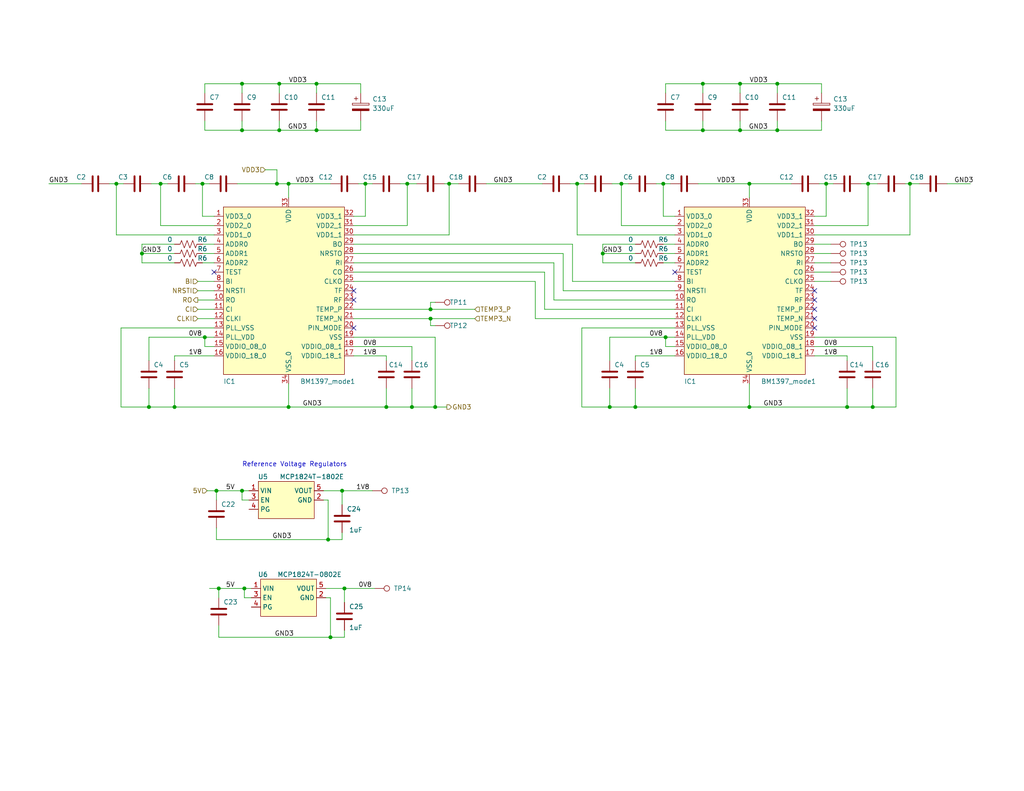
<source format=kicad_sch>
(kicad_sch (version 20230121) (generator eeschema)
  (paper "A")
  (lib_symbols
    (symbol "Connector:TestPoint" (pin_numbers hide) (pin_names (offset 0.762) hide)
      (property "Reference" "TP" (at 0 6.858 0))
      (property "Value" "TestPoint" (at 0 5.08 0))
      (symbol "TestPoint_0_1"
        (circle (center 0 3.302) (radius 0.762))
      )
      (symbol "TestPoint_1_1"
        (pin passive line (at 0 0 90) (length 2.54) (name "1") (number "1"))
      )
    )
    (symbol "Device:C" (pin_numbers hide) (pin_names (offset 0.254))
      (property "Reference" "C" (at 0.635 2.54 0))
      (property "Value" "C" (at 0.635 -2.54 0))
      (symbol "C_0_1"
        (polyline (pts (xy -2.032 -0.762) (xy 2.032 -0.762)) (stroke (width 0.508)))
        (polyline (pts (xy -2.032 0.762) (xy 2.032 0.762)) (stroke (width 0.508)))
      )
      (symbol "C_1_1"
        (pin passive line (at 0 3.81 270) (length 2.794) (name "~") (number "1"))
        (pin passive line (at 0 -3.81 90) (length 2.794) (name "~") (number "2"))
      )
    )
    (symbol "Device:C_Polarized" (pin_numbers hide) (pin_names (offset 0.254))
      (property "Reference" "C" (at 0.635 2.54 0))
      (property "Value" "C_Polarized" (at 0.635 -2.54 0))
      (symbol "C_Polarized_0_1"
        (rectangle (start -2.286 0.508) (end 2.286 1.016))
        (polyline (pts (xy -1.778 2.286) (xy -0.762 2.286)))
        (polyline (pts (xy -1.27 2.794) (xy -1.27 1.778)))
        (rectangle (start 2.286 -0.508) (end -2.286 -1.016) (fill (type outline)))
      )
      (symbol "C_Polarized_1_1"
        (pin passive line (at 0 3.81 270) (length 2.794) (name "~") (number "1"))
        (pin passive line (at 0 -3.81 90) (length 2.794) (name "~") (number "2"))
      )
    )
    (symbol "Device:R_US" (pin_numbers hide) (pin_names (offset 0))
      (property "Reference" "R" (at 2.54 0 90))
      (property "Value" "R_US" (at -2.54 0 90))
      (symbol "R_US_0_1"
        (polyline (pts (xy 0 -2.286) (xy 0 -2.54)))
        (polyline (pts (xy 0 2.286) (xy 0 2.54)))
        (polyline (pts (xy 0 -0.762) (xy 1.016 -1.143) (xy 0 -1.524) (xy -1.016 -1.905) (xy 0 -2.286)))
        (polyline (pts (xy 0 0.762) (xy 1.016 0.381) (xy 0 0) (xy -1.016 -0.381) (xy 0 -0.762)))
        (polyline (pts (xy 0 2.286) (xy 1.016 1.905) (xy 0 1.524) (xy -1.016 1.143) (xy 0 0.762)))
      )
      (symbol "R_US_1_1"
        (pin passive line (at 0 3.81 270) (length 1.27) (name "~") (number "1"))
        (pin passive line (at 0 -3.81 90) (length 1.27) (name "~") (number "2"))
      )
    )
    (symbol "MCP1824_1"
      (property "Reference" "U" (at -7.62 5.08 0))
      (property "Value" "MCP1824_1" (at 5.08 5.08 0))
      (symbol "MCP1824_1_0_1"
        (rectangle (start -7.62 3.81) (end 7.62 -6.35) (stroke (width 0.1524)) (fill (type background)))
      )
      (symbol "MCP1824_1_1_0"
        (pin bidirectional line (at -10.16 1.27 0) (length 2.54) (name "VIN") (number "1"))
        (pin bidirectional line (at 10.16 -1.27 180) (length 2.54) (name "GND") (number "2"))
        (pin bidirectional line (at -10.16 -1.27 0) (length 2.54) (name "EN") (number "3"))
        (pin bidirectional line (at -10.16 -3.81 0) (length 2.54) (name "PG") (number "4"))
        (pin bidirectional line (at 10.16 1.27 180) (length 2.54) (name "VOUT") (number "5"))
      )
    )
    (symbol "bitaxe:BM1397_mode1"
      (property "Reference" "IC" (at -17.78 17.78 0))
      (property "Value" "BM1397_mode1" (at -17.78 -30.48 0))
      (symbol "BM1397_mode1_1_0"
        (pin bidirectional line (at -20.32 15.24 0) (length 2.54) (name "VDD3_0") (number "1"))
        (pin bidirectional line (at -20.32 -7.62 0) (length 2.54) (name "RO") (number "10"))
        (pin bidirectional line (at -20.32 -10.16 0) (length 2.54) (name "CI") (number "11"))
        (pin bidirectional line (at -20.32 -12.7 0) (length 2.54) (name "CLKI") (number "12"))
        (pin bidirectional line (at -20.32 -15.24 0) (length 2.54) (name "PLL_VSS") (number "13"))
        (pin bidirectional line (at -20.32 -17.78 0) (length 2.54) (name "PLL_VDD") (number "14"))
        (pin bidirectional line (at -20.32 -20.32 0) (length 2.54) (name "VDDIO_08_0") (number "15"))
        (pin bidirectional line (at -20.32 -22.86 0) (length 2.54) (name "VDDIO_18_0") (number "16"))
        (pin bidirectional line (at 17.78 -22.86 180) (length 2.54) (name "VDDIO_18_1") (number "17"))
        (pin bidirectional line (at 17.78 -20.32 180) (length 2.54) (name "VDDIO_08_1") (number "18"))
        (pin bidirectional line (at 17.78 -17.78 180) (length 2.54) (name "VSS") (number "19"))
        (pin bidirectional line (at -20.32 12.7 0) (length 2.54) (name "VDD2_0") (number "2"))
        (pin bidirectional line (at 17.78 -15.24 180) (length 2.54) (name "PIN_MODE") (number "20"))
        (pin bidirectional line (at 17.78 -12.7 180) (length 2.54) (name "TEMP_N") (number "21"))
        (pin bidirectional line (at 17.78 -10.16 180) (length 2.54) (name "TEMP_P") (number "22"))
        (pin bidirectional line (at 17.78 -7.62 180) (length 2.54) (name "RF") (number "23"))
        (pin bidirectional line (at 17.78 -5.08 180) (length 2.54) (name "TF") (number "24"))
        (pin bidirectional line (at 17.78 -2.54 180) (length 2.54) (name "CLKO") (number "25"))
        (pin bidirectional line (at 17.78 0 180) (length 2.54) (name "CO") (number "26"))
        (pin bidirectional line (at 17.78 2.54 180) (length 2.54) (name "RI") (number "27"))
        (pin bidirectional line (at 17.78 5.08 180) (length 2.54) (name "NRSTO") (number "28"))
        (pin bidirectional line (at 17.78 7.62 180) (length 2.54) (name "BO") (number "29"))
        (pin bidirectional line (at -20.32 10.16 0) (length 2.54) (name "VDD1_0") (number "3"))
        (pin bidirectional line (at 17.78 10.16 180) (length 2.54) (name "VDD1_1") (number "30"))
        (pin bidirectional line (at 17.78 12.7 180) (length 2.54) (name "VDD2_1") (number "31"))
        (pin bidirectional line (at 17.78 15.24 180) (length 2.54) (name "VDD3_1") (number "32"))
        (pin bidirectional line (at 0 20.32 270) (length 2.54) (name "VDD") (number "33"))
        (pin bidirectional line (at 0 -30.48 90) (length 2.54) (name "VSS_0") (number "34"))
        (pin bidirectional line (at -20.32 7.62 0) (length 2.54) (name "ADDR0") (number "4"))
        (pin bidirectional line (at -20.32 5.08 0) (length 2.54) (name "ADDR1") (number "5"))
        (pin bidirectional line (at -20.32 2.54 0) (length 2.54) (name "ADDR2") (number "6"))
        (pin bidirectional line (at -20.32 0 0) (length 2.54) (name "TEST") (number "7"))
        (pin bidirectional line (at -20.32 -2.54 0) (length 2.54) (name "BI") (number "8"))
        (pin bidirectional line (at -20.32 -5.08 0) (length 2.54) (name "NRSTI") (number "9"))
      )
      (symbol "BM1397_mode1_1_1"
        (rectangle (start -17.78 17.78) (end 15.24 -27.94) (stroke (width 0.1524)) (fill (type background)))
      )
    )
    (symbol "bitaxe:MCP1824"
      (property "Reference" "U" (at -7.62 5.08 0))
      (property "Value" "MCP1824" (at 5.08 5.08 0))
      (symbol "MCP1824_0_1"
        (rectangle (start -7.62 3.81) (end 7.62 -6.35) (stroke (width 0.1524)) (fill (type background)))
      )
      (symbol "MCP1824_1_0"
        (pin bidirectional line (at -10.16 1.27 0) (length 2.54) (name "VIN") (number "1"))
        (pin bidirectional line (at 10.16 -1.27 180) (length 2.54) (name "GND") (number "2"))
        (pin bidirectional line (at -10.16 -1.27 0) (length 2.54) (name "EN") (number "3"))
        (pin bidirectional line (at -10.16 -3.81 0) (length 2.54) (name "PG") (number "4"))
        (pin bidirectional line (at 10.16 1.27 180) (length 2.54) (name "VOUT") (number "5"))
      )
    )
  )
  (junction (at 43.815 50.165))
  (junction (at 66.04 35.56) (diameter 0.9144))
  (junction (at 99.695 50.165))
  (junction (at 59.055 133.985) (diameter 0.9144))
  (junction (at 201.93 35.56) (diameter 0.9144))
  (junction (at 40.64 111.125))
  (junction (at 212.09 35.56))
  (junction (at 191.77 22.86) (diameter 0.9144))
  (junction (at 78.74 111.125))
  (junction (at 157.48 50.165))
  (junction (at 231.14 111.125))
  (junction (at 164.465 69.215))
  (junction (at 78.74 50.165))
  (junction (at 59.69 160.655) (diameter 0.9144))
  (junction (at 248.285 50.165))
  (junction (at 89.535 147.32) (diameter 0.9144))
  (junction (at 111.125 50.165))
  (junction (at 204.47 111.125))
  (junction (at 66.04 22.86) (diameter 0.9144))
  (junction (at 47.625 111.125))
  (junction (at 31.75 50.165))
  (junction (at 105.41 111.125))
  (junction (at 76.2 22.86) (diameter 0.9144))
  (junction (at 169.545 50.165))
  (junction (at 173.355 111.125))
  (junction (at 191.77 35.56) (diameter 0.9144))
  (junction (at 238.125 111.125))
  (junction (at 117.475 84.455))
  (junction (at 55.245 50.165))
  (junction (at 75.565 50.165))
  (junction (at 86.36 22.86))
  (junction (at 204.47 50.165))
  (junction (at 86.36 35.56))
  (junction (at 122.555 50.165))
  (junction (at 225.425 50.165))
  (junction (at 66.675 160.655))
  (junction (at 117.475 86.995))
  (junction (at 166.37 111.125))
  (junction (at 181.61 92.075))
  (junction (at 66.04 133.985))
  (junction (at 236.855 50.165))
  (junction (at 201.93 22.86) (diameter 0.9144))
  (junction (at 118.745 111.125))
  (junction (at 93.98 160.655) (diameter 0.9144))
  (junction (at 93.345 133.985) (diameter 0.9144))
  (junction (at 38.735 69.215))
  (junction (at 180.975 50.165))
  (junction (at 55.88 92.075))
  (junction (at 76.2 35.56) (diameter 0.9144))
  (junction (at 90.17 173.99) (diameter 0.9144))
  (junction (at 112.395 111.125))
  (junction (at 212.09 22.86))
  (no_connect (at 222.25 81.915))
  (no_connect (at 184.15 74.295))
  (no_connect (at 222.25 84.455))
  (no_connect (at 96.52 89.535))
  (no_connect (at 96.52 79.375))
  (no_connect (at 58.42 74.295))
  (no_connect (at 222.25 89.535))
  (no_connect (at 96.52 81.915))
  (no_connect (at 222.25 79.375))
  (no_connect (at 222.25 86.995))
  (wire (pts (xy 111.125 50.165) (xy 113.665 50.165)))
  (wire (pts (xy 97.79 50.165) (xy 99.695 50.165)))
  (wire (pts (xy 222.25 61.595) (xy 236.855 61.595)))
  (wire (pts (xy 59.055 144.145) (xy 59.055 147.32)))
  (wire (pts (xy 78.74 111.125) (xy 78.74 104.775)))
  (wire (pts (xy 40.64 92.075) (xy 55.88 92.075)))
  (wire (pts (xy 53.975 86.995) (xy 58.42 86.995)))
  (wire (pts (xy 96.52 94.615) (xy 112.395 94.615)))
  (wire (pts (xy 153.67 69.215) (xy 153.67 79.375)))
  (wire (pts (xy 66.04 35.56) (xy 55.88 35.56)))
  (wire (pts (xy 90.17 163.195) (xy 90.17 173.99)))
  (wire (pts (xy 93.98 173.99) (xy 90.17 173.99)))
  (wire (pts (xy 112.395 106.045) (xy 112.395 111.125)))
  (wire (pts (xy 236.855 50.165) (xy 239.395 50.165)))
  (wire (pts (xy 90.17 50.165) (xy 78.74 50.165)))
  (wire (pts (xy 66.04 133.985) (xy 67.945 133.985)))
  (wire (pts (xy 164.465 66.675) (xy 164.465 69.215)))
  (wire (pts (xy 156.21 76.835) (xy 184.15 76.835)))
  (wire (pts (xy 76.2 22.86) (xy 86.36 22.86)))
  (wire (pts (xy 148.59 74.295) (xy 148.59 84.455)))
  (wire (pts (xy 76.2 25.4) (xy 76.2 22.86)))
  (wire (pts (xy 47.625 97.155) (xy 58.42 97.155)))
  (wire (pts (xy 166.37 106.045) (xy 166.37 111.125)))
  (wire (pts (xy 56.515 133.985) (xy 59.055 133.985)))
  (wire (pts (xy 215.9 50.165) (xy 204.47 50.165)))
  (wire (pts (xy 93.345 133.985) (xy 93.345 137.795)))
  (wire (pts (xy 96.52 59.055) (xy 99.695 59.055)))
  (wire (pts (xy 191.77 33.02) (xy 191.77 35.56)))
  (wire (pts (xy 146.05 86.995) (xy 184.15 86.995)))
  (wire (pts (xy 117.475 88.9) (xy 117.475 86.995)))
  (wire (pts (xy 38.735 71.755) (xy 47.625 71.755)))
  (wire (pts (xy 40.64 106.045) (xy 40.64 111.125)))
  (wire (pts (xy 173.355 66.675) (xy 164.465 66.675)))
  (wire (pts (xy 55.88 92.075) (xy 58.42 92.075)))
  (wire (pts (xy 247.015 50.165) (xy 248.285 50.165)))
  (wire (pts (xy 88.265 133.985) (xy 93.345 133.985)))
  (wire (pts (xy 191.77 25.4) (xy 191.77 22.86)))
  (wire (pts (xy 58.42 94.615) (xy 55.88 94.615)))
  (wire (pts (xy 90.17 173.99) (xy 59.69 173.99)))
  (wire (pts (xy 181.61 92.075) (xy 184.15 92.075)))
  (wire (pts (xy 118.745 92.075) (xy 96.52 92.075)))
  (wire (pts (xy 75.565 50.165) (xy 78.74 50.165)))
  (wire (pts (xy 55.245 66.675) (xy 58.42 66.675)))
  (wire (pts (xy 98.425 33.02) (xy 98.425 35.56)))
  (wire (pts (xy 179.07 50.165) (xy 180.975 50.165)))
  (wire (pts (xy 86.36 25.4) (xy 86.36 22.86)))
  (wire (pts (xy 190.5 50.165) (xy 204.47 50.165)))
  (wire (pts (xy 118.745 111.125) (xy 118.745 92.075)))
  (wire (pts (xy 173.355 97.155) (xy 184.15 97.155)))
  (wire (pts (xy 184.15 94.615) (xy 181.61 94.615)))
  (wire (pts (xy 236.855 61.595) (xy 236.855 50.165)))
  (wire (pts (xy 212.09 22.86) (xy 224.155 22.86)))
  (wire (pts (xy 173.355 111.125) (xy 204.47 111.125)))
  (wire (pts (xy 93.345 147.32) (xy 89.535 147.32)))
  (wire (pts (xy 191.77 35.56) (xy 201.93 35.56)))
  (wire (pts (xy 112.395 111.125) (xy 118.745 111.125)))
  (wire (pts (xy 156.21 76.835) (xy 156.21 66.675)))
  (wire (pts (xy 212.09 35.56) (xy 201.93 35.56)))
  (wire (pts (xy 55.245 71.755) (xy 58.42 71.755)))
  (wire (pts (xy 132.715 50.165) (xy 147.955 50.165)))
  (wire (pts (xy 184.15 64.135) (xy 157.48 64.135)))
  (wire (pts (xy 151.13 81.915) (xy 184.15 81.915)))
  (wire (pts (xy 118.745 111.125) (xy 121.92 111.125)))
  (wire (pts (xy 96.52 76.835) (xy 146.05 76.835)))
  (wire (pts (xy 78.74 111.125) (xy 105.41 111.125)))
  (wire (pts (xy 148.59 84.455) (xy 184.15 84.455)))
  (wire (pts (xy 238.125 94.615) (xy 238.125 98.425)))
  (wire (pts (xy 66.04 136.525) (xy 66.04 133.985)))
  (wire (pts (xy 231.14 97.155) (xy 231.14 98.425)))
  (wire (pts (xy 258.445 50.165) (xy 264.795 50.165)))
  (wire (pts (xy 212.09 33.02) (xy 212.09 35.56)))
  (wire (pts (xy 66.04 33.02) (xy 66.04 35.56)))
  (wire (pts (xy 29.845 50.165) (xy 31.75 50.165)))
  (wire (pts (xy 222.25 71.755) (xy 226.695 71.755)))
  (wire (pts (xy 38.735 69.215) (xy 47.625 69.215)))
  (wire (pts (xy 191.77 35.56) (xy 181.61 35.56)))
  (wire (pts (xy 55.88 94.615) (xy 55.88 92.075)))
  (wire (pts (xy 181.61 33.02) (xy 181.61 35.56)))
  (wire (pts (xy 66.675 163.195) (xy 68.58 163.195)))
  (wire (pts (xy 55.88 25.4) (xy 55.88 22.86)))
  (wire (pts (xy 41.275 50.165) (xy 43.815 50.165)))
  (wire (pts (xy 38.735 69.215) (xy 38.735 71.755)))
  (wire (pts (xy 66.04 136.525) (xy 67.945 136.525)))
  (wire (pts (xy 53.975 76.835) (xy 58.42 76.835)))
  (wire (pts (xy 96.52 84.455) (xy 117.475 84.455)))
  (wire (pts (xy 225.425 50.165) (xy 227.33 50.165)))
  (wire (pts (xy 96.52 64.135) (xy 122.555 64.135)))
  (wire (pts (xy 117.475 86.995) (xy 129.54 86.995)))
  (wire (pts (xy 151.13 81.915) (xy 151.13 71.755)))
  (wire (pts (xy 222.25 64.135) (xy 248.285 64.135)))
  (wire (pts (xy 93.345 145.415) (xy 93.345 147.32)))
  (wire (pts (xy 222.25 76.835) (xy 226.695 76.835)))
  (wire (pts (xy 166.37 98.425) (xy 166.37 92.075)))
  (wire (pts (xy 55.88 22.86) (xy 66.04 22.86)))
  (wire (pts (xy 201.93 33.02) (xy 201.93 35.56)))
  (wire (pts (xy 53.975 84.455) (xy 58.42 84.455)))
  (wire (pts (xy 43.815 61.595) (xy 43.815 50.165)))
  (wire (pts (xy 43.815 50.165) (xy 45.72 50.165)))
  (wire (pts (xy 66.04 25.4) (xy 66.04 22.86)))
  (wire (pts (xy 98.425 25.4) (xy 98.425 22.86)))
  (wire (pts (xy 231.14 106.045) (xy 231.14 111.125)))
  (wire (pts (xy 212.09 25.4) (xy 212.09 22.86)))
  (wire (pts (xy 158.75 111.125) (xy 166.37 111.125)))
  (wire (pts (xy 58.42 59.055) (xy 55.245 59.055)))
  (wire (pts (xy 121.285 50.165) (xy 122.555 50.165)))
  (wire (pts (xy 204.47 111.125) (xy 231.14 111.125)))
  (wire (pts (xy 180.975 66.675) (xy 184.15 66.675)))
  (wire (pts (xy 117.475 82.55) (xy 117.475 84.455)))
  (wire (pts (xy 47.625 106.045) (xy 47.625 111.125)))
  (wire (pts (xy 111.125 61.595) (xy 111.125 50.165)))
  (wire (pts (xy 222.25 66.675) (xy 226.695 66.675)))
  (wire (pts (xy 55.245 69.215) (xy 58.42 69.215)))
  (wire (pts (xy 238.125 111.125) (xy 244.475 111.125)))
  (wire (pts (xy 66.675 163.195) (xy 66.675 160.655)))
  (wire (pts (xy 33.02 89.535) (xy 58.42 89.535)))
  (wire (pts (xy 122.555 64.135) (xy 122.555 50.165)))
  (wire (pts (xy 59.055 147.32) (xy 89.535 147.32)))
  (wire (pts (xy 157.48 50.165) (xy 159.385 50.165)))
  (wire (pts (xy 155.575 50.165) (xy 157.48 50.165)))
  (wire (pts (xy 13.335 50.165) (xy 22.225 50.165)))
  (wire (pts (xy 204.47 50.165) (xy 204.47 53.975)))
  (wire (pts (xy 99.695 59.055) (xy 99.695 50.165)))
  (wire (pts (xy 169.545 61.595) (xy 169.545 50.165)))
  (wire (pts (xy 181.61 25.4) (xy 181.61 22.86)))
  (wire (pts (xy 89.535 136.525) (xy 88.265 136.525)))
  (wire (pts (xy 53.975 81.915) (xy 58.42 81.915)))
  (wire (pts (xy 55.88 33.02) (xy 55.88 35.56)))
  (wire (pts (xy 66.04 35.56) (xy 76.2 35.56)))
  (wire (pts (xy 96.52 66.675) (xy 156.21 66.675)))
  (wire (pts (xy 59.055 133.985) (xy 66.04 133.985)))
  (wire (pts (xy 59.055 133.985) (xy 59.055 136.525)))
  (wire (pts (xy 164.465 69.215) (xy 173.355 69.215)))
  (wire (pts (xy 167.005 50.165) (xy 169.545 50.165)))
  (wire (pts (xy 231.14 111.125) (xy 238.125 111.125)))
  (wire (pts (xy 31.75 50.165) (xy 33.655 50.165)))
  (wire (pts (xy 180.975 71.755) (xy 184.15 71.755)))
  (wire (pts (xy 53.34 50.165) (xy 55.245 50.165)))
  (wire (pts (xy 173.355 98.425) (xy 173.355 97.155)))
  (wire (pts (xy 64.77 50.165) (xy 75.565 50.165)))
  (wire (pts (xy 89.535 136.525) (xy 89.535 147.32)))
  (wire (pts (xy 40.64 98.425) (xy 40.64 92.075)))
  (wire (pts (xy 55.245 50.165) (xy 57.15 50.165)))
  (wire (pts (xy 86.36 33.02) (xy 86.36 35.56)))
  (wire (pts (xy 33.02 89.535) (xy 33.02 111.125)))
  (wire (pts (xy 93.345 133.985) (xy 101.6 133.985)))
  (wire (pts (xy 59.69 160.655) (xy 59.69 163.195)))
  (wire (pts (xy 166.37 92.075) (xy 181.61 92.075)))
  (wire (pts (xy 191.77 22.86) (xy 201.93 22.86)))
  (wire (pts (xy 105.41 106.045) (xy 105.41 111.125)))
  (wire (pts (xy 244.475 92.075) (xy 222.25 92.075)))
  (wire (pts (xy 105.41 97.155) (xy 105.41 98.425)))
  (wire (pts (xy 96.52 97.155) (xy 105.41 97.155)))
  (wire (pts (xy 173.355 106.045) (xy 173.355 111.125)))
  (wire (pts (xy 72.39 46.355) (xy 75.565 46.355)))
  (wire (pts (xy 112.395 94.615) (xy 112.395 98.425)))
  (wire (pts (xy 201.93 22.86) (xy 212.09 22.86)))
  (wire (pts (xy 181.61 22.86) (xy 191.77 22.86)))
  (wire (pts (xy 122.555 50.165) (xy 125.095 50.165)))
  (wire (pts (xy 158.75 89.535) (xy 158.75 111.125)))
  (wire (pts (xy 105.41 111.125) (xy 112.395 111.125)))
  (wire (pts (xy 180.975 69.215) (xy 184.15 69.215)))
  (wire (pts (xy 118.745 88.9) (xy 117.475 88.9)))
  (wire (pts (xy 86.36 35.56) (xy 76.2 35.56)))
  (wire (pts (xy 222.25 69.215) (xy 226.695 69.215)))
  (wire (pts (xy 57.15 160.655) (xy 59.69 160.655)))
  (wire (pts (xy 184.15 61.595) (xy 169.545 61.595)))
  (wire (pts (xy 234.95 50.165) (xy 236.855 50.165)))
  (wire (pts (xy 153.67 79.375) (xy 184.15 79.375)))
  (wire (pts (xy 109.22 50.165) (xy 111.125 50.165)))
  (wire (pts (xy 93.98 160.655) (xy 102.235 160.655)))
  (wire (pts (xy 180.975 50.165) (xy 182.88 50.165)))
  (wire (pts (xy 96.52 61.595) (xy 111.125 61.595)))
  (wire (pts (xy 118.745 82.55) (xy 117.475 82.55)))
  (wire (pts (xy 47.625 98.425) (xy 47.625 97.155)))
  (wire (pts (xy 146.05 86.995) (xy 146.05 76.835)))
  (wire (pts (xy 212.09 35.56) (xy 224.155 35.56)))
  (wire (pts (xy 222.25 59.055) (xy 225.425 59.055)))
  (wire (pts (xy 31.75 64.135) (xy 31.75 50.165)))
  (wire (pts (xy 53.975 79.375) (xy 58.42 79.375)))
  (wire (pts (xy 58.42 64.135) (xy 31.75 64.135)))
  (wire (pts (xy 47.625 66.675) (xy 38.735 66.675)))
  (wire (pts (xy 223.52 50.165) (xy 225.425 50.165)))
  (wire (pts (xy 86.36 35.56) (xy 98.425 35.56)))
  (wire (pts (xy 78.74 50.165) (xy 78.74 53.975)))
  (wire (pts (xy 59.69 170.815) (xy 59.69 173.99)))
  (wire (pts (xy 66.675 160.655) (xy 68.58 160.655)))
  (wire (pts (xy 33.02 111.125) (xy 40.64 111.125)))
  (wire (pts (xy 93.98 160.655) (xy 93.98 164.465)))
  (wire (pts (xy 164.465 71.755) (xy 173.355 71.755)))
  (wire (pts (xy 222.25 97.155) (xy 231.14 97.155)))
  (wire (pts (xy 96.52 71.755) (xy 151.13 71.755)))
  (wire (pts (xy 76.2 33.02) (xy 76.2 35.56)))
  (wire (pts (xy 58.42 61.595) (xy 43.815 61.595)))
  (wire (pts (xy 96.52 74.295) (xy 148.59 74.295)))
  (wire (pts (xy 184.15 59.055) (xy 180.975 59.055)))
  (wire (pts (xy 166.37 111.125) (xy 173.355 111.125)))
  (wire (pts (xy 180.975 50.165) (xy 180.975 59.055)))
  (wire (pts (xy 225.425 59.055) (xy 225.425 50.165)))
  (wire (pts (xy 222.25 94.615) (xy 238.125 94.615)))
  (wire (pts (xy 169.545 50.165) (xy 171.45 50.165)))
  (wire (pts (xy 90.17 163.195) (xy 88.9 163.195)))
  (wire (pts (xy 224.155 25.4) (xy 224.155 22.86)))
  (wire (pts (xy 164.465 69.215) (xy 164.465 71.755)))
  (wire (pts (xy 157.48 64.135) (xy 157.48 50.165)))
  (wire (pts (xy 201.93 25.4) (xy 201.93 22.86)))
  (wire (pts (xy 222.25 74.295) (xy 226.695 74.295)))
  (wire (pts (xy 248.285 64.135) (xy 248.285 50.165)))
  (wire (pts (xy 238.125 106.045) (xy 238.125 111.125)))
  (wire (pts (xy 75.565 46.355) (xy 75.565 50.165)))
  (wire (pts (xy 86.36 22.86) (xy 98.425 22.86)))
  (wire (pts (xy 93.98 172.085) (xy 93.98 173.99)))
  (wire (pts (xy 181.61 94.615) (xy 181.61 92.075)))
  (wire (pts (xy 158.75 89.535) (xy 184.15 89.535)))
  (wire (pts (xy 55.245 50.165) (xy 55.245 59.055)))
  (wire (pts (xy 47.625 111.125) (xy 78.74 111.125)))
  (wire (pts (xy 66.04 22.86) (xy 76.2 22.86)))
  (wire (pts (xy 248.285 50.165) (xy 250.825 50.165)))
  (wire (pts (xy 99.695 50.165) (xy 101.6 50.165)))
  (wire (pts (xy 244.475 111.125) (xy 244.475 92.075)))
  (wire (pts (xy 59.69 160.655) (xy 66.675 160.655)))
  (wire (pts (xy 117.475 84.455) (xy 129.54 84.455)))
  (wire (pts (xy 204.47 111.125) (xy 204.47 104.775)))
  (wire (pts (xy 38.735 66.675) (xy 38.735 69.215)))
  (wire (pts (xy 96.52 69.215) (xy 153.67 69.215)))
  (wire (pts (xy 96.52 86.995) (xy 117.475 86.995)))
  (wire (pts (xy 224.155 33.02) (xy 224.155 35.56)))
  (wire (pts (xy 40.64 111.125) (xy 47.625 111.125)))
  (wire (pts (xy 88.9 160.655) (xy 93.98 160.655)))
  (text "Reference Voltage Regulators" (at 66.04 127.635 0) (effects (font (size 1.27 1.27)) (justify left bottom)))
  (label "GND3" (at 209.55 35.56 180))
  (label "1V8" (at 97.155 133.985 0))
  (label "VDD3" (at 78.74 22.86 0))
  (label "VDD3" (at 204.47 22.86 0))
  (label "1V8" (at 99.06 97.155 0))
  (label "VDD3" (at 80.645 50.165 0))
  (label "GND3" (at 74.93 173.99 0))
  (label "GND3" (at 134.62 50.165 0))
  (label "GND3" (at 74.295 147.32 0))
  (label "GND3" (at 38.735 69.215 0))
  (label "5V" (at 61.595 160.655 0))
  (label "0V8" (at 177.165 92.075 0))
  (label "1V8" (at 177.165 97.155 0))
  (label "GND3" (at 260.35 50.165 0))
  (label "1V8" (at 51.435 97.155 0))
  (label "GND3" (at 83.82 35.56 180))
  (label "GND3" (at 13.335 50.165 0))
  (label "GND3" (at 164.465 69.215 0))
  (label "0V8" (at 99.06 94.615 0))
  (label "0V8" (at 224.79 94.615 0))
  (label "5V" (at 61.595 133.985 0))
  (label "0V8" (at 97.79 160.655 0))
  (label "VDD3" (at 195.58 50.165 0))
  (label "GND3" (at 208.28 111.125 0))
  (label "GND3" (at 82.55 111.125 0))
  (label "1V8" (at 224.79 97.155 0))
  (label "0V8" (at 51.435 92.075 0))
  (hierarchical_label "TEMP3_P" (shape input) (at 129.54 84.455 0))
  (hierarchical_label "GND3" (shape output) (at 121.92 111.125 0))
  (hierarchical_label "NRSTI" (shape input) (at 53.975 79.375 180))
  (hierarchical_label "5V" (shape input) (at 56.515 133.985 180))
  (hierarchical_label "VDD3" (shape input) (at 72.39 46.355 180))
  (hierarchical_label "BI" (shape input) (at 53.975 76.835 180))
  (hierarchical_label "CI" (shape input) (at 53.975 84.455 180))
  (hierarchical_label "TEMP3_N" (shape input) (at 129.54 86.995 0))
  (hierarchical_label "CLKI" (shape input) (at 53.975 86.995 180))
  (hierarchical_label "RO" (shape output) (at 53.975 81.915 180))
  (symbol (lib_id "Device:C") (at 231.14 102.235 0) (unit 1)
    (property "Reference" "C14" (at 231.775 100.33 0) (effects (justify left bottom)))
    (property "Value" "1uF" (at 231.775 106.045 0) (effects (justify left bottom)))
    (property "Footprint" "Capacitor_SMD:C_0402_1005Metric" (effects hide))
    (property "Value" "587-5514-1-ND" (effects hide))
    (property "DK" "587-5514-1-ND" (effects hide))
    (property "PARTNO" "EMK105BJ105MV-F" (effects hide))
  )
  (symbol (lib_id "Device:C") (at 40.64 102.235 0) (unit 1)
    (property "Reference" "C4" (at 41.91 100.33 0) (effects (justify left bottom)))
    (property "Value" "1uF" (at 41.91 106.045 0) (effects (justify left bottom)))
    (property "Footprint" "Capacitor_SMD:C_0402_1005Metric" (effects hide))
    (property "Value" "587-5514-1-ND" (effects hide))
    (property "DK" "587-5514-1-ND" (effects hide))
    (property "PARTNO" "EMK105BJ105MV-F" (effects hide))
  )
  (symbol (lib_id "Device:C") (at 60.96 50.165 90) (unit 1)
    (property "Reference" "C8" (at 58.42 47.625 90) (effects (justify left bottom)))
    (property "Value" "1uF" (at 59.69 50.8 90) (effects (justify left bottom)))
    (property "Footprint" "Capacitor_SMD:C_0402_1005Metric" (effects hide))
    (property "Value" "587-5514-1-ND" (effects hide))
    (property "DK" "587-5514-1-ND" (effects hide))
    (property "PARTNO" "EMK105BJ105MV-F" (effects hide))
  )
  (symbol (lib_id "Device:C") (at 212.09 29.21 0) (unit 1)
    (property "Reference" "C11" (at 213.36 27.305 0) (effects (justify left bottom)))
    (property "Value" "1uF" (at 213.36 32.385 0) (effects (justify left bottom)))
    (property "Footprint" "Capacitor_SMD:C_0402_1005Metric" (effects hide))
    (property "Value" "587-5514-1-ND" (effects hide))
    (property "DK" "587-5514-1-ND" (effects hide))
    (property "PARTNO" "EMK105BJ105MV-F" (effects hide))
  )
  (symbol (lib_id "Device:C_Polarized") (at 224.155 29.21 0) (unit 1)
    (property "Reference" "C13" (at 227.33 27.0509 0) (effects (justify left)))
    (property "Value" "330uF" (at 227.33 29.5909 0) (effects (justify left)))
    (property "Footprint" "Capacitor_Tantalum_SMD:CP_EIA-7343-31_Kemet-D_Pad2.25x2.55mm_HandSolder" (effects hide))
    (property "DK" "718-1028-1-ND" (effects hide))
    (property "PARTNO" "293D337X9010E2TE3" (effects hide))
  )
  (symbol (lib_id "Connector:TestPoint") (at 226.695 74.295 270) (mirror x) (unit 1) (in_bom no)
    (property "Reference" "TP13" (at 234.315 74.295 90))
    (property "Value" "TestPoint" (effects hide))
    (property "Footprint" "TestPoint:TestPoint_Pad_D1.5mm" (effects hide))
  )
  (symbol (lib_id "Device:C") (at 166.37 102.235 0) (unit 1)
    (property "Reference" "C4" (at 167.64 100.33 0) (effects (justify left bottom)))
    (property "Value" "1uF" (at 167.64 106.045 0) (effects (justify left bottom)))
    (property "Footprint" "Capacitor_SMD:C_0402_1005Metric" (effects hide))
    (property "Value" "587-5514-1-ND" (effects hide))
    (property "DK" "587-5514-1-ND" (effects hide))
    (property "PARTNO" "EMK105BJ105MV-F" (effects hide))
  )
  (symbol (lib_id "Device:C") (at 93.345 141.605 0) (unit 1)
    (property "Reference" "C24" (at 94.615 139.7 0) (effects (justify left bottom)))
    (property "Value" "1uF" (at 95.25 145.415 0) (effects (justify left bottom)))
    (property "Footprint" "Capacitor_SMD:C_0402_1005Metric" (effects hide))
    (property "DK" "587-5514-1-ND" (effects hide))
    (property "PARTNO" "EMK105BJ105MV-F" (effects hide))
  )
  (symbol (lib_id "Device:R_US") (at 177.165 69.215 90) (unit 1)
    (property "Reference" "R6" (at 180.975 67.945 90))
    (property "Value" "0" (at 172.085 67.945 90))
    (property "Footprint" "Resistor_SMD:R_0402_1005Metric" (effects hide))
  )
  (symbol (lib_id "Device:C") (at 86.36 29.21 0) (unit 1)
    (property "Reference" "C11" (at 87.63 27.305 0) (effects (justify left bottom)))
    (property "Value" "1uF" (at 87.63 32.385 0) (effects (justify left bottom)))
    (property "Footprint" "Capacitor_SMD:C_0402_1005Metric" (effects hide))
    (property "Value" "587-5514-1-ND" (effects hide))
    (property "DK" "587-5514-1-ND" (effects hide))
    (property "PARTNO" "EMK105BJ105MV-F" (effects hide))
  )
  (symbol (lib_id "Device:C") (at 47.625 102.235 0) (unit 1)
    (property "Reference" "C5" (at 48.895 100.33 0) (effects (justify left bottom)))
    (property "Value" "1uF" (at 48.895 106.045 0) (effects (justify left bottom)))
    (property "Footprint" "Capacitor_SMD:C_0402_1005Metric" (effects hide))
    (property "Value" "587-5514-1-ND" (effects hide))
    (property "DK" "587-5514-1-ND" (effects hide))
    (property "PARTNO" "EMK105BJ105MV-F" (effects hide))
  )
  (symbol (lib_id "Device:C") (at 26.035 50.165 90) (unit 1)
    (property "Reference" "C2" (at 23.495 47.625 90) (effects (justify left bottom)))
    (property "Value" "1uF" (at 24.765 50.8 90) (effects (justify left bottom)))
    (property "Footprint" "Capacitor_SMD:C_0402_1005Metric" (effects hide))
    (property "Value" "587-5514-1-ND" (effects hide))
    (property "DK" "587-5514-1-ND" (effects hide))
    (property "PARTNO" "EMK105BJ105MV-F" (effects hide))
  )
  (symbol (lib_id "Connector:TestPoint") (at 226.695 71.755 270) (mirror x) (unit 1) (in_bom no)
    (property "Reference" "TP13" (at 234.315 71.755 90))
    (property "Value" "TestPoint" (effects hide))
    (property "Footprint" "TestPoint:TestPoint_Pad_D1.5mm" (effects hide))
  )
  (symbol (lib_id "Connector:TestPoint") (at 226.695 66.675 270) (mirror x) (unit 1) (in_bom no)
    (property "Reference" "TP13" (at 234.315 66.675 90))
    (property "Value" "TestPoint" (effects hide))
    (property "Footprint" "TestPoint:TestPoint_Pad_D1.5mm" (effects hide))
  )
  (symbol (lib_id "Device:R_US") (at 177.165 71.755 90) (unit 1)
    (property "Reference" "R6" (at 180.975 70.485 90))
    (property "Value" "0" (at 172.085 70.485 90))
    (property "Footprint" "Resistor_SMD:R_0402_1005Metric" (effects hide))
  )
  (symbol (lib_id "Connector:TestPoint") (at 118.745 82.55 270) (mirror x) (unit 1)
    (property "Reference" "TP11" (at 125.095 82.55 90))
    (property "Value" "TestPoint" (effects hide))
    (property "Footprint" "TestPoint:TestPoint_Pad_D1.5mm" (effects hide))
    (property "DNP" "T" (effects hide))
  )
  (symbol (lib_id "Device:C") (at 128.905 50.165 90) (unit 1)
    (property "Reference" "C18" (at 126.365 47.625 90) (effects (justify left bottom)))
    (property "Value" "1uF" (at 127.635 50.8 90) (effects (justify left bottom)))
    (property "Footprint" "Capacitor_SMD:C_0402_1005Metric" (effects hide))
    (property "Value" "587-5514-1-ND" (effects hide))
    (property "DK" "587-5514-1-ND" (effects hide))
    (property "PARTNO" "EMK105BJ105MV-F" (effects hide))
  )
  (symbol (lib_id "Device:R_US") (at 51.435 71.755 90) (unit 1)
    (property "Reference" "R6" (at 55.245 70.485 90))
    (property "Value" "0" (at 46.355 70.485 90))
    (property "Footprint" "Resistor_SMD:R_0402_1005Metric" (effects hide))
  )
  (symbol (lib_id "Connector:TestPoint") (at 102.235 160.655 270) (mirror x) (unit 1) (in_bom no)
    (property "Reference" "TP14" (at 109.855 160.655 90))
    (property "Value" "TestPoint" (effects hide))
    (property "Footprint" "TestPoint:TestPoint_Pad_D1.5mm" (effects hide))
  )
  (symbol (lib_id "Device:R_US") (at 177.165 66.675 90) (unit 1)
    (property "Reference" "R6" (at 180.975 65.405 90))
    (property "Value" "0" (at 172.085 65.405 90))
    (property "Footprint" "Resistor_SMD:R_0402_1005Metric" (effects hide))
  )
  (symbol (lib_id "Device:C") (at 201.93 29.21 0) (unit 1)
    (property "Reference" "C10" (at 203.2 27.305 0) (effects (justify left bottom)))
    (property "Value" "1uF" (at 203.2 32.385 0) (effects (justify left bottom)))
    (property "Footprint" "Capacitor_SMD:C_0402_1005Metric" (effects hide))
    (property "Value" "587-5514-1-ND" (effects hide))
    (property "DK" "587-5514-1-ND" (effects hide))
    (property "PARTNO" "EMK105BJ105MV-F" (effects hide))
  )
  (symbol (lib_id "Connector:TestPoint") (at 226.695 76.835 270) (mirror x) (unit 1) (in_bom no)
    (property "Reference" "TP13" (at 234.315 76.835 90))
    (property "Value" "TestPoint" (effects hide))
    (property "Footprint" "TestPoint:TestPoint_Pad_D1.5mm" (effects hide))
  )
  (symbol (lib_id "Device:C") (at 59.69 167.005 0) (unit 1)
    (property "Reference" "C23" (at 60.96 165.1 0) (effects (justify left bottom)))
    (property "Value" "0.1uF" (at 60.96 170.815 0) (effects (justify left bottom)))
    (property "Footprint" "Capacitor_SMD:C_0402_1005Metric" (effects hide))
    (property "Value" "311-3342-1-ND" (effects hide))
    (property "DK" "1292-1639-1-ND" (effects hide))
    (property "PARTNO" "0402X104K100CT" (effects hide))
  )
  (symbol (lib_id "Device:C") (at 175.26 50.165 90) (unit 1)
    (property "Reference" "C6" (at 172.72 47.625 90) (effects (justify left bottom)))
    (property "Value" "1uF" (at 173.99 50.8 90) (effects (justify left bottom)))
    (property "Footprint" "Capacitor_SMD:C_0402_1005Metric" (effects hide))
    (property "Value" "587-5514-1-ND" (effects hide))
    (property "DK" "587-5514-1-ND" (effects hide))
    (property "PARTNO" "EMK105BJ105MV-F" (effects hide))
  )
  (symbol (lib_id "Device:C") (at 238.125 102.235 0) (unit 1)
    (property "Reference" "C16" (at 238.76 100.33 0) (effects (justify left bottom)))
    (property "Value" "1uF" (at 239.395 106.045 0) (effects (justify left bottom)))
    (property "Footprint" "Capacitor_SMD:C_0402_1005Metric" (effects hide))
    (property "Value" "587-5514-1-ND" (effects hide))
    (property "DK" "587-5514-1-ND" (effects hide))
    (property "PARTNO" "EMK105BJ105MV-F" (effects hide))
  )
  (symbol (lib_id "Connector:TestPoint") (at 118.745 88.9 270) (mirror x) (unit 1)
    (property "Reference" "TP12" (at 125.095 88.9 90))
    (property "Value" "TestPoint" (effects hide))
    (property "Footprint" "TestPoint:TestPoint_Pad_D1.5mm" (effects hide))
    (property "DNP" "T" (effects hide))
  )
  (symbol (lib_id "bitaxe:BM1397_mode1") (at 78.74 74.295 0) (unit 1)
    (property "Reference" "IC1" (at 60.96 104.14 0) (effects (justify left)))
    (property "Value" "BM1397_mode1" (at 81.915 104.14 0) (effects (justify left)))
    (property "Footprint" "bitaxe:BM1397" (effects hide))
    (property "DNP" "T" (effects hide))
  )
  (symbol (lib_id "Device:C") (at 117.475 50.165 90) (unit 1)
    (property "Reference" "C17" (at 114.935 47.625 90) (effects (justify left bottom)))
    (property "Value" "1uF" (at 116.205 50.8 90) (effects (justify left bottom)))
    (property "Footprint" "Capacitor_SMD:C_0402_1005Metric" (effects hide))
    (property "Value" "587-5514-1-ND" (effects hide))
    (property "DK" "587-5514-1-ND" (effects hide))
    (property "PARTNO" "EMK105BJ105MV-F" (effects hide))
  )
  (symbol (lib_id "Device:C") (at 254.635 50.165 90) (unit 1)
    (property "Reference" "C18" (at 252.095 47.625 90) (effects (justify left bottom)))
    (property "Value" "1uF" (at 253.365 50.8 90) (effects (justify left bottom)))
    (property "Footprint" "Capacitor_SMD:C_0402_1005Metric" (effects hide))
    (property "Value" "587-5514-1-ND" (effects hide))
    (property "DK" "587-5514-1-ND" (effects hide))
    (property "PARTNO" "EMK105BJ105MV-F" (effects hide))
  )
  (symbol (lib_id "Device:C") (at 219.71 50.165 90) (unit 1)
    (property "Reference" "C12" (at 216.535 47.625 90) (effects (justify left bottom)))
    (property "Value" "1uF" (at 218.44 50.8 90) (effects (justify left bottom)))
    (property "Footprint" "Capacitor_SMD:C_0402_1005Metric" (effects hide))
    (property "Value" "587-5514-1-ND" (effects hide))
    (property "DK" "587-5514-1-ND" (effects hide))
    (property "PARTNO" "EMK105BJ105MV-F" (effects hide))
  )
  (symbol (lib_id "Device:C") (at 231.14 50.165 90) (unit 1)
    (property "Reference" "C15" (at 228.6 47.625 90) (effects (justify left bottom)))
    (property "Value" "1uF" (at 229.87 50.8 90) (effects (justify left bottom)))
    (property "Footprint" "Capacitor_SMD:C_0402_1005Metric" (effects hide))
    (property "Value" "587-5514-1-ND" (effects hide))
    (property "DK" "587-5514-1-ND" (effects hide))
    (property "PARTNO" "EMK105BJ105MV-F" (effects hide))
  )
  (symbol (lib_id "Device:C") (at 112.395 102.235 0) (unit 1)
    (property "Reference" "C16" (at 113.03 100.33 0) (effects (justify left bottom)))
    (property "Value" "1uF" (at 113.665 106.045 0) (effects (justify left bottom)))
    (property "Footprint" "Capacitor_SMD:C_0402_1005Metric" (effects hide))
    (property "Value" "587-5514-1-ND" (effects hide))
    (property "DK" "587-5514-1-ND" (effects hide))
    (property "PARTNO" "EMK105BJ105MV-F" (effects hide))
  )
  (symbol (lib_id "Device:C") (at 59.055 140.335 0) (unit 1)
    (property "Reference" "C22" (at 60.325 138.43 0) (effects (justify left bottom)))
    (property "Value" "0.1uF" (at 60.325 144.145 0) (effects (justify left bottom)))
    (property "Footprint" "Capacitor_SMD:C_0402_1005Metric" (effects hide))
    (property "Value" "311-3342-1-ND" (effects hide))
    (property "DK" "1292-1639-1-ND" (effects hide))
    (property "PARTNO" "0402X104K100CT" (effects hide))
  )
  (symbol (lib_id "Device:C") (at 105.41 50.165 90) (unit 1)
    (property "Reference" "C15" (at 102.87 47.625 90) (effects (justify left bottom)))
    (property "Value" "1uF" (at 104.14 50.8 90) (effects (justify left bottom)))
    (property "Footprint" "Capacitor_SMD:C_0402_1005Metric" (effects hide))
    (property "Value" "587-5514-1-ND" (effects hide))
    (property "DK" "587-5514-1-ND" (effects hide))
    (property "PARTNO" "EMK105BJ105MV-F" (effects hide))
  )
  (symbol (lib_id "Device:C") (at 163.195 50.165 90) (unit 1)
    (property "Reference" "C3" (at 160.655 47.625 90) (effects (justify left bottom)))
    (property "Value" "1uF" (at 161.925 50.8 90) (effects (justify left bottom)))
    (property "Footprint" "Capacitor_SMD:C_0402_1005Metric" (effects hide))
    (property "Value" "587-5514-1-ND" (effects hide))
    (property "DK" "587-5514-1-ND" (effects hide))
    (property "PARTNO" "EMK105BJ105MV-F" (effects hide))
  )
  (symbol (lib_id "bitaxe:BM1397_mode1") (at 204.47 74.295 0) (unit 1)
    (property "Reference" "IC1" (at 186.69 104.14 0) (effects (justify left)))
    (property "Value" "BM1397_mode1" (at 207.645 104.14 0) (effects (justify left)))
    (property "Footprint" "bitaxe:BM1397" (effects hide))
    (property "DNP" "T" (effects hide))
  )
  (symbol (lib_id "Device:R_US") (at 51.435 66.675 90) (unit 1)
    (property "Reference" "R6" (at 55.245 65.405 90))
    (property "Value" "0" (at 46.355 65.405 90))
    (property "Footprint" "Resistor_SMD:R_0402_1005Metric" (effects hide))
  )
  (symbol (lib_id "Device:C") (at 105.41 102.235 0) (unit 1)
    (property "Reference" "C14" (at 106.045 100.33 0) (effects (justify left bottom)))
    (property "Value" "1uF" (at 106.045 106.045 0) (effects (justify left bottom)))
    (property "Footprint" "Capacitor_SMD:C_0402_1005Metric" (effects hide))
    (property "Value" "587-5514-1-ND" (effects hide))
    (property "DK" "587-5514-1-ND" (effects hide))
    (property "PARTNO" "EMK105BJ105MV-F" (effects hide))
  )
  (symbol (lib_id "Device:C") (at 243.205 50.165 90) (unit 1)
    (property "Reference" "C17" (at 240.665 47.625 90) (effects (justify left bottom)))
    (property "Value" "1uF" (at 241.935 50.8 90) (effects (justify left bottom)))
    (property "Footprint" "Capacitor_SMD:C_0402_1005Metric" (effects hide))
    (property "Value" "587-5514-1-ND" (effects hide))
    (property "DK" "587-5514-1-ND" (effects hide))
    (property "PARTNO" "EMK105BJ105MV-F" (effects hide))
  )
  (symbol (lib_id "bitaxe:MCP1824") (at 78.105 135.255 0) (unit 1)
    (property "Reference" "U5" (at 71.755 130.175 0))
    (property "Value" "MCP1824T-1802E" (at 85.09 130.175 0))
    (property "Footprint" "Package_TO_SOT_SMD:SOT-23-5" (effects hide))
    (property "Datasheet" "https://ww1.microchip.com/downloads/en/DeviceDoc/22070a.pdf" (effects hide))
    (property "PARTNO" "MCP1824T-1802E/OT" (effects hide))
    (property "DK" "MCP1824T-1802E/OTCT-ND" (effects hide))
  )
  (symbol (lib_name "MCP1824_1") (lib_id "bitaxe:MCP1824") (at 78.74 161.925 0) (unit 1)
    (property "Reference" "U6" (at 71.755 156.845 0))
    (property "Value" "MCP1824T-0802E" (at 84.455 156.845 0))
    (property "Footprint" "Package_TO_SOT_SMD:SOT-23-5" (effects hide))
    (property "Datasheet" "https://ww1.microchip.com/downloads/en/DeviceDoc/22070a.pdf" (effects hide))
    (property "PARTNO" "MCP1824T-0802E/OT" (effects hide))
    (property "DK" "MCP1824T-0802E/OTCT-ND" (effects hide))
  )
  (symbol (lib_id "Connector:TestPoint") (at 226.695 69.215 270) (mirror x) (unit 1) (in_bom no)
    (property "Reference" "TP13" (at 234.315 69.215 90))
    (property "Value" "TestPoint" (effects hide))
    (property "Footprint" "TestPoint:TestPoint_Pad_D1.5mm" (effects hide))
  )
  (symbol (lib_id "Device:C") (at 181.61 29.21 0) (unit 1)
    (property "Reference" "C7" (at 182.88 27.305 0) (effects (justify left bottom)))
    (property "Value" "0.1uF" (at 182.88 32.385 0) (effects (justify left bottom)))
    (property "Footprint" "Capacitor_SMD:C_0402_1005Metric" (effects hide))
    (property "Value" "311-3342-1-ND" (effects hide))
    (property "DK" "1292-1639-1-ND" (effects hide))
    (property "PARTNO" "0402X104K100CT" (effects hide))
  )
  (symbol (lib_id "Device:C") (at 186.69 50.165 90) (unit 1)
    (property "Reference" "C8" (at 184.15 47.625 90) (effects (justify left bottom)))
    (property "Value" "1uF" (at 185.42 50.8 90) (effects (justify left bottom)))
    (property "Footprint" "Capacitor_SMD:C_0402_1005Metric" (effects hide))
    (property "Value" "587-5514-1-ND" (effects hide))
    (property "DK" "587-5514-1-ND" (effects hide))
    (property "PARTNO" "EMK105BJ105MV-F" (effects hide))
  )
  (symbol (lib_id "Device:C") (at 76.2 29.21 0) (unit 1)
    (property "Reference" "C10" (at 77.47 27.305 0) (effects (justify left bottom)))
    (property "Value" "1uF" (at 77.47 32.385 0) (effects (justify left bottom)))
    (property "Footprint" "Capacitor_SMD:C_0402_1005Metric" (effects hide))
    (property "Value" "587-5514-1-ND" (effects hide))
    (property "DK" "587-5514-1-ND" (effects hide))
    (property "PARTNO" "EMK105BJ105MV-F" (effects hide))
  )
  (symbol (lib_id "Device:C_Polarized") (at 98.425 29.21 0) (unit 1)
    (property "Reference" "C13" (at 101.6 27.0509 0) (effects (justify left)))
    (property "Value" "330uF" (at 101.6 29.5909 0) (effects (justify left)))
    (property "Footprint" "Capacitor_Tantalum_SMD:CP_EIA-7343-31_Kemet-D_Pad2.25x2.55mm_HandSolder" (effects hide))
    (property "DK" "718-1028-1-ND" (effects hide))
    (property "PARTNO" "293D337X9010E2TE3" (effects hide))
  )
  (symbol (lib_id "Connector:TestPoint") (at 101.6 133.985 270) (mirror x) (unit 1) (in_bom no)
    (property "Reference" "TP13" (at 109.22 133.985 90))
    (property "Value" "TestPoint" (effects hide))
    (property "Footprint" "TestPoint:TestPoint_Pad_D1.5mm" (effects hide))
  )
  (symbol (lib_id "Device:C") (at 49.53 50.165 90) (unit 1)
    (property "Reference" "C6" (at 46.99 47.625 90) (effects (justify left bottom)))
    (property "Value" "1uF" (at 48.26 50.8 90) (effects (justify left bottom)))
    (property "Footprint" "Capacitor_SMD:C_0402_1005Metric" (effects hide))
    (property "Value" "587-5514-1-ND" (effects hide))
    (property "DK" "587-5514-1-ND" (effects hide))
    (property "PARTNO" "EMK105BJ105MV-F" (effects hide))
  )
  (symbol (lib_id "Device:C") (at 37.465 50.165 90) (unit 1)
    (property "Reference" "C3" (at 34.925 47.625 90) (effects (justify left bottom)))
    (property "Value" "1uF" (at 36.195 50.8 90) (effects (justify left bottom)))
    (property "Footprint" "Capacitor_SMD:C_0402_1005Metric" (effects hide))
    (property "Value" "587-5514-1-ND" (effects hide))
    (property "DK" "587-5514-1-ND" (effects hide))
    (property "PARTNO" "EMK105BJ105MV-F" (effects hide))
  )
  (symbol (lib_id "Device:C") (at 55.88 29.21 0) (unit 1)
    (property "Reference" "C7" (at 57.15 27.305 0) (effects (justify left bottom)))
    (property "Value" "0.1uF" (at 57.15 32.385 0) (effects (justify left bottom)))
    (property "Footprint" "Capacitor_SMD:C_0402_1005Metric" (effects hide))
    (property "Value" "311-3342-1-ND" (effects hide))
    (property "DK" "1292-1639-1-ND" (effects hide))
    (property "PARTNO" "0402X104K100CT" (effects hide))
  )
  (symbol (lib_id "Device:C") (at 93.98 50.165 90) (unit 1)
    (property "Reference" "C12" (at 90.805 47.625 90) (effects (justify left bottom)))
    (property "Value" "1uF" (at 92.71 50.8 90) (effects (justify left bottom)))
    (property "Footprint" "Capacitor_SMD:C_0402_1005Metric" (effects hide))
    (property "Value" "587-5514-1-ND" (effects hide))
    (property "DK" "587-5514-1-ND" (effects hide))
    (property "PARTNO" "EMK105BJ105MV-F" (effects hide))
  )
  (symbol (lib_id "Device:C") (at 66.04 29.21 0) (unit 1)
    (property "Reference" "C9" (at 67.31 27.305 0) (effects (justify left bottom)))
    (property "Value" "0.1uF" (at 67.31 32.385 0) (effects (justify left bottom)))
    (property "Footprint" "Capacitor_SMD:C_0402_1005Metric" (effects hide))
    (property "Value" "311-3342-1-ND" (effects hide))
    (property "DK" "1292-1639-1-ND" (effects hide))
    (property "PARTNO" "0402X104K100CT" (effects hide))
  )
  (symbol (lib_id "Device:C") (at 191.77 29.21 0) (unit 1)
    (property "Reference" "C9" (at 193.04 27.305 0) (effects (justify left bottom)))
    (property "Value" "0.1uF" (at 193.04 32.385 0) (effects (justify left bottom)))
    (property "Footprint" "Capacitor_SMD:C_0402_1005Metric" (effects hide))
    (property "Value" "311-3342-1-ND" (effects hide))
    (property "DK" "1292-1639-1-ND" (effects hide))
    (property "PARTNO" "0402X104K100CT" (effects hide))
  )
  (symbol (lib_id "Device:C") (at 151.765 50.165 90) (unit 1)
    (property "Reference" "C2" (at 149.225 47.625 90) (effects (justify left bottom)))
    (property "Value" "1uF" (at 150.495 50.8 90) (effects (justify left bottom)))
    (property "Footprint" "Capacitor_SMD:C_0402_1005Metric" (effects hide))
    (property "Value" "587-5514-1-ND" (effects hide))
    (property "DK" "587-5514-1-ND" (effects hide))
    (property "PARTNO" "EMK105BJ105MV-F" (effects hide))
  )
  (symbol (lib_id "Device:C") (at 93.98 168.275 0) (unit 1)
    (property "Reference" "C25" (at 95.25 166.37 0) (effects (justify left bottom)))
    (property "Value" "1uF" (at 95.25 172.085 0) (effects (justify left bottom)))
    (property "Footprint" "Capacitor_SMD:C_0402_1005Metric" (effects hide))
    (property "DK" "587-5514-1-ND" (effects hide))
    (property "PARTNO" "EMK105BJ105MV-F" (effects hide))
  )
  (symbol (lib_id "Device:R_US") (at 51.435 69.215 90) (unit 1)
    (property "Reference" "R6" (at 55.245 67.945 90))
    (property "Value" "0" (at 46.355 67.945 90))
    (property "Footprint" "Resistor_SMD:R_0402_1005Metric" (effects hide))
  )
  (symbol (lib_id "Device:C") (at 173.355 102.235 0) (unit 1)
    (property "Reference" "C5" (at 174.625 100.33 0) (effects (justify left bottom)))
    (property "Value" "1uF" (at 174.625 106.045 0) (effects (justify left bottom)))
    (property "Footprint" "Capacitor_SMD:C_0402_1005Metric" (effects hide))
    (property "Value" "587-5514-1-ND" (effects hide))
    (property "DK" "587-5514-1-ND" (effects hide))
    (property "PARTNO" "EMK105BJ105MV-F" (effects hide))
  )
)
</source>
